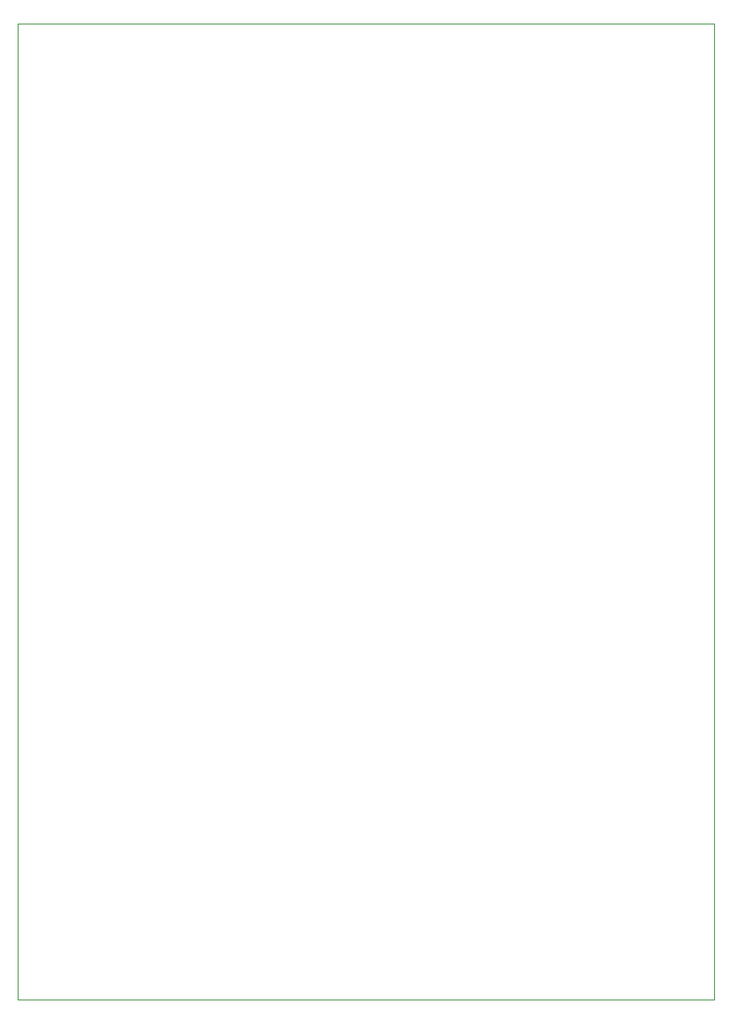
<source format=gbr>
%TF.GenerationSoftware,Altium Limited,Altium Designer,20.1.8 (145)*%
G04 Layer_Color=0*
%FSLAX45Y45*%
%MOMM*%
%TF.SameCoordinates,0E9F4796-1360-41E2-86C3-8BEED11D2ECA*%
%TF.FilePolarity,Positive*%
%TF.FileFunction,Profile,NP*%
%TF.Part,CustomerPanel*%
G01*
G75*
%TA.AperFunction,Profile*%
%ADD50C,0.02540*%
D50*
X1Y-0D02*
X-2Y9800000D01*
X7000000Y9800001D01*
X7000000Y-1D01*
X1Y-0D01*
%TF.MD5,3abdfec916502300b219ae70ed4e239e*%
M02*

</source>
